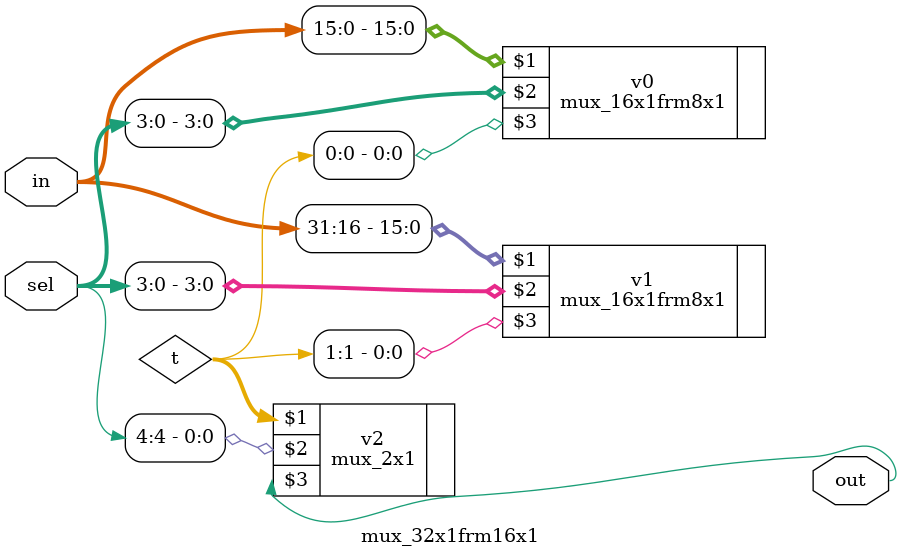
<source format=v>
`timescale 1ns / 1ps
module mux_32x1frm16x1(in,sel,out);
input [31:0]in;
input [4:0]sel;
output out;
wire [1:0]t;

mux_16x1frm8x1 v0(in[15:0],sel[3:0],t[0]);
mux_16x1frm8x1 v1(in[31:16],sel[3:0],t[1]);
mux_2x1 v2(t[1:0],sel[4],out);

endmodule

</source>
